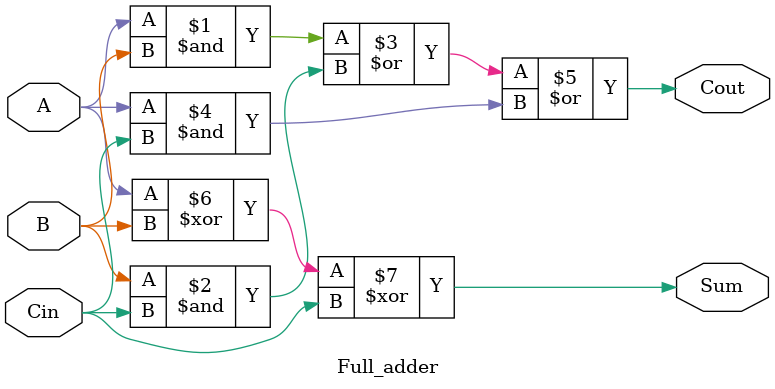
<source format=v>
module Full_adder (
    output Cout, Sum,
    input A, B, Cin
);
    assign Cout = (A & B) | (B & Cin) | (A & Cin);
    assign Sum = A ^ B ^ Cin;
endmodule
</source>
